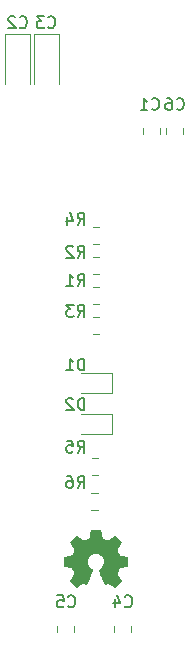
<source format=gbo>
G04 #@! TF.GenerationSoftware,KiCad,Pcbnew,5.1.6-1.fc31*
G04 #@! TF.CreationDate,2020-07-21T16:24:12+03:00*
G04 #@! TF.ProjectId,rudy,72756479-2e6b-4696-9361-645f70636258,rev?*
G04 #@! TF.SameCoordinates,Original*
G04 #@! TF.FileFunction,Legend,Bot*
G04 #@! TF.FilePolarity,Positive*
%FSLAX46Y46*%
G04 Gerber Fmt 4.6, Leading zero omitted, Abs format (unit mm)*
G04 Created by KiCad (PCBNEW 5.1.6-1.fc31) date 2020-07-21 16:24:12*
%MOMM*%
%LPD*%
G01*
G04 APERTURE LIST*
%ADD10C,0.010000*%
%ADD11C,0.120000*%
%ADD12C,0.150000*%
G04 APERTURE END LIST*
D10*
G36*
X75744809Y-101446268D02*
G01*
X75723751Y-101555093D01*
X75703740Y-101651889D01*
X75686070Y-101730902D01*
X75672034Y-101786376D01*
X75662927Y-101812558D01*
X75662243Y-101813442D01*
X75639599Y-101826347D01*
X75590846Y-101848961D01*
X75523793Y-101878091D01*
X75446248Y-101910548D01*
X75366017Y-101943141D01*
X75290908Y-101972679D01*
X75228729Y-101995972D01*
X75187288Y-102009828D01*
X75175678Y-102012285D01*
X75155093Y-102002444D01*
X75109774Y-101975070D01*
X75044752Y-101933389D01*
X74965056Y-101880623D01*
X74875716Y-101819999D01*
X74875091Y-101819570D01*
X74785212Y-101758245D01*
X74704603Y-101703950D01*
X74638416Y-101660099D01*
X74591801Y-101630104D01*
X74569976Y-101617404D01*
X74550031Y-101626654D01*
X74510154Y-101657759D01*
X74455123Y-101706001D01*
X74389713Y-101766661D01*
X74318699Y-101835019D01*
X74246859Y-101906356D01*
X74178968Y-101975953D01*
X74119802Y-102039091D01*
X74074136Y-102091051D01*
X74046748Y-102127113D01*
X74041000Y-102140094D01*
X74050846Y-102163548D01*
X74078222Y-102211508D01*
X74119877Y-102278728D01*
X74172566Y-102359963D01*
X74231500Y-102447714D01*
X74291732Y-102537130D01*
X74344130Y-102617146D01*
X74385461Y-102682642D01*
X74412494Y-102728499D01*
X74422000Y-102749477D01*
X74415017Y-102774060D01*
X74396231Y-102824087D01*
X74368884Y-102891984D01*
X74336220Y-102970175D01*
X74301483Y-103051086D01*
X74267914Y-103127143D01*
X74238757Y-103190769D01*
X74217255Y-103234391D01*
X74207824Y-103249718D01*
X74188028Y-103255918D01*
X74139268Y-103267458D01*
X74068243Y-103282993D01*
X73981656Y-103301179D01*
X73886204Y-103320671D01*
X73788589Y-103340122D01*
X73695511Y-103358188D01*
X73613670Y-103373524D01*
X73549767Y-103384785D01*
X73510501Y-103390624D01*
X73503412Y-103391142D01*
X73499612Y-103408190D01*
X73497066Y-103455001D01*
X73495676Y-103525078D01*
X73495344Y-103611925D01*
X73495972Y-103709045D01*
X73497462Y-103809941D01*
X73499715Y-103908115D01*
X73502634Y-103997071D01*
X73506120Y-104070312D01*
X73510075Y-104121341D01*
X73514402Y-104143660D01*
X73514783Y-104144026D01*
X73537726Y-104150843D01*
X73590277Y-104162889D01*
X73666350Y-104178879D01*
X73759855Y-104197528D01*
X73851774Y-104215128D01*
X73957703Y-104236164D01*
X74051016Y-104256844D01*
X74125664Y-104275662D01*
X74175599Y-104291112D01*
X74193928Y-104300281D01*
X74208774Y-104325836D01*
X74232977Y-104377538D01*
X74263428Y-104447671D01*
X74297019Y-104528523D01*
X74330639Y-104612379D01*
X74361180Y-104691524D01*
X74385531Y-104758244D01*
X74400584Y-104804825D01*
X74403924Y-104821280D01*
X74394015Y-104843430D01*
X74366571Y-104889938D01*
X74324949Y-104955495D01*
X74272508Y-105034789D01*
X74222428Y-105108309D01*
X74163378Y-105195576D01*
X74112364Y-105274174D01*
X74072762Y-105338640D01*
X74047948Y-105383510D01*
X74041000Y-105401985D01*
X74053230Y-105422351D01*
X74086736Y-105462965D01*
X74136735Y-105518912D01*
X74198448Y-105585276D01*
X74267095Y-105657141D01*
X74337895Y-105729592D01*
X74406067Y-105797714D01*
X74466832Y-105856591D01*
X74515409Y-105901307D01*
X74547017Y-105926947D01*
X74555606Y-105931142D01*
X74574914Y-105921351D01*
X74618768Y-105894239D01*
X74681920Y-105853201D01*
X74759125Y-105801631D01*
X74822804Y-105758283D01*
X74908412Y-105700064D01*
X74985134Y-105648835D01*
X75047337Y-105608283D01*
X75089391Y-105582096D01*
X75103985Y-105574221D01*
X75133877Y-105576289D01*
X75185586Y-105592317D01*
X75248972Y-105619083D01*
X75256571Y-105622714D01*
X75319308Y-105650329D01*
X75371419Y-105668316D01*
X75402888Y-105673303D01*
X75405160Y-105672740D01*
X75416045Y-105655102D01*
X75438785Y-105608592D01*
X75471384Y-105537873D01*
X75511846Y-105447611D01*
X75558171Y-105342469D01*
X75608365Y-105227113D01*
X75660429Y-105106206D01*
X75712366Y-104984414D01*
X75762179Y-104866401D01*
X75807872Y-104756830D01*
X75847446Y-104660368D01*
X75878906Y-104581677D01*
X75900253Y-104525424D01*
X75909491Y-104496271D01*
X75909714Y-104494293D01*
X75896123Y-104479203D01*
X75859831Y-104448455D01*
X75807560Y-104407624D01*
X75783416Y-104389520D01*
X75656974Y-104275957D01*
X75560724Y-104147705D01*
X75494961Y-104008855D01*
X75459980Y-103863502D01*
X75456076Y-103715738D01*
X75483544Y-103569657D01*
X75542679Y-103429351D01*
X75633776Y-103298914D01*
X75699880Y-103230767D01*
X75825002Y-103137706D01*
X75959407Y-103076607D01*
X76099049Y-103045683D01*
X76239879Y-103043147D01*
X76377849Y-103067214D01*
X76508911Y-103116097D01*
X76629017Y-103188010D01*
X76734119Y-103281166D01*
X76820168Y-103393780D01*
X76883117Y-103524065D01*
X76918918Y-103670234D01*
X76925714Y-103771690D01*
X76908563Y-103934205D01*
X76857460Y-104084416D01*
X76772931Y-104221330D01*
X76655503Y-104343954D01*
X76598441Y-104389520D01*
X76541617Y-104432844D01*
X76498054Y-104468341D01*
X76474474Y-104490434D01*
X76472142Y-104494293D01*
X76479045Y-104518308D01*
X76498421Y-104570231D01*
X76528270Y-104645397D01*
X76566595Y-104739140D01*
X76611396Y-104846797D01*
X76660675Y-104963702D01*
X76712432Y-105085192D01*
X76764670Y-105206601D01*
X76815389Y-105323265D01*
X76862590Y-105430520D01*
X76904274Y-105523700D01*
X76938444Y-105598142D01*
X76963099Y-105649180D01*
X76976241Y-105672150D01*
X76977197Y-105672932D01*
X77004709Y-105669966D01*
X77054543Y-105653240D01*
X77117037Y-105626132D01*
X77132124Y-105618813D01*
X77261357Y-105554833D01*
X77536376Y-105742988D01*
X77624558Y-105802766D01*
X77702727Y-105854710D01*
X77765876Y-105895579D01*
X77809000Y-105922131D01*
X77826904Y-105931142D01*
X77843947Y-105918869D01*
X77882268Y-105884674D01*
X77937689Y-105832498D01*
X78006035Y-105766279D01*
X78083129Y-105689957D01*
X78091636Y-105681443D01*
X78168889Y-105602546D01*
X78236399Y-105530740D01*
X78290193Y-105470488D01*
X78326302Y-105426248D01*
X78340754Y-105402481D01*
X78340857Y-105401507D01*
X78330935Y-105377287D01*
X78303420Y-105328905D01*
X78261685Y-105261814D01*
X78209104Y-105181467D01*
X78159428Y-105108309D01*
X78100480Y-105021564D01*
X78049525Y-104944086D01*
X78009920Y-104881187D01*
X77985023Y-104838174D01*
X77977932Y-104821280D01*
X77984666Y-104793298D01*
X78002865Y-104739799D01*
X78029420Y-104668499D01*
X78061222Y-104587112D01*
X78095162Y-104503352D01*
X78128130Y-104424933D01*
X78157016Y-104359570D01*
X78178712Y-104314977D01*
X78187928Y-104300281D01*
X78212833Y-104288757D01*
X78267456Y-104272619D01*
X78345750Y-104253373D01*
X78441667Y-104232525D01*
X78530083Y-104215128D01*
X78633897Y-104195201D01*
X78725639Y-104176802D01*
X78799219Y-104161216D01*
X78848551Y-104149728D01*
X78867073Y-104144026D01*
X78871426Y-104124447D01*
X78875417Y-104075606D01*
X78878947Y-104004002D01*
X78881918Y-103916129D01*
X78884231Y-103818486D01*
X78885789Y-103717569D01*
X78886494Y-103619875D01*
X78886247Y-103531902D01*
X78884952Y-103460146D01*
X78882509Y-103411104D01*
X78878819Y-103391273D01*
X78878445Y-103391142D01*
X78850351Y-103387727D01*
X78795062Y-103378377D01*
X78719278Y-103364438D01*
X78629699Y-103347256D01*
X78533025Y-103328174D01*
X78435957Y-103308539D01*
X78345195Y-103289696D01*
X78267439Y-103272990D01*
X78209389Y-103259766D01*
X78177745Y-103251369D01*
X78174033Y-103249718D01*
X78160856Y-103227215D01*
X78137466Y-103178733D01*
X78107106Y-103111847D01*
X78073020Y-103034134D01*
X78038450Y-102953166D01*
X78006640Y-102876519D01*
X77980832Y-102811769D01*
X77964271Y-102766488D01*
X77959857Y-102749477D01*
X77969673Y-102727933D01*
X77996967Y-102681713D01*
X78038506Y-102615937D01*
X78091058Y-102535726D01*
X78150357Y-102447714D01*
X78210680Y-102357858D01*
X78263139Y-102276901D01*
X78304485Y-102210089D01*
X78331472Y-102162664D01*
X78340857Y-102140094D01*
X78328514Y-102117438D01*
X78294668Y-102075698D01*
X78244096Y-102019592D01*
X78181574Y-101953840D01*
X78111878Y-101883160D01*
X78039782Y-101812273D01*
X77970065Y-101745897D01*
X77907500Y-101688751D01*
X77856865Y-101645555D01*
X77822935Y-101621027D01*
X77811880Y-101617404D01*
X77789763Y-101630287D01*
X77742964Y-101660411D01*
X77676636Y-101704363D01*
X77595928Y-101758730D01*
X77506765Y-101819570D01*
X77417377Y-101880236D01*
X77337599Y-101933066D01*
X77272461Y-101974833D01*
X77226993Y-102002314D01*
X77206223Y-102012285D01*
X77206178Y-102012285D01*
X77180774Y-102005555D01*
X77129988Y-101987490D01*
X77061629Y-101961282D01*
X76983504Y-101930121D01*
X76903420Y-101897199D01*
X76829186Y-101865705D01*
X76768608Y-101838831D01*
X76729495Y-101819768D01*
X76719614Y-101813442D01*
X76711168Y-101791066D01*
X76697643Y-101738724D01*
X76680331Y-101662170D01*
X76660527Y-101567158D01*
X76639525Y-101459444D01*
X76637048Y-101446268D01*
X76571458Y-101096071D01*
X75810398Y-101096071D01*
X75744809Y-101446268D01*
G37*
X75744809Y-101446268D02*
X75723751Y-101555093D01*
X75703740Y-101651889D01*
X75686070Y-101730902D01*
X75672034Y-101786376D01*
X75662927Y-101812558D01*
X75662243Y-101813442D01*
X75639599Y-101826347D01*
X75590846Y-101848961D01*
X75523793Y-101878091D01*
X75446248Y-101910548D01*
X75366017Y-101943141D01*
X75290908Y-101972679D01*
X75228729Y-101995972D01*
X75187288Y-102009828D01*
X75175678Y-102012285D01*
X75155093Y-102002444D01*
X75109774Y-101975070D01*
X75044752Y-101933389D01*
X74965056Y-101880623D01*
X74875716Y-101819999D01*
X74875091Y-101819570D01*
X74785212Y-101758245D01*
X74704603Y-101703950D01*
X74638416Y-101660099D01*
X74591801Y-101630104D01*
X74569976Y-101617404D01*
X74550031Y-101626654D01*
X74510154Y-101657759D01*
X74455123Y-101706001D01*
X74389713Y-101766661D01*
X74318699Y-101835019D01*
X74246859Y-101906356D01*
X74178968Y-101975953D01*
X74119802Y-102039091D01*
X74074136Y-102091051D01*
X74046748Y-102127113D01*
X74041000Y-102140094D01*
X74050846Y-102163548D01*
X74078222Y-102211508D01*
X74119877Y-102278728D01*
X74172566Y-102359963D01*
X74231500Y-102447714D01*
X74291732Y-102537130D01*
X74344130Y-102617146D01*
X74385461Y-102682642D01*
X74412494Y-102728499D01*
X74422000Y-102749477D01*
X74415017Y-102774060D01*
X74396231Y-102824087D01*
X74368884Y-102891984D01*
X74336220Y-102970175D01*
X74301483Y-103051086D01*
X74267914Y-103127143D01*
X74238757Y-103190769D01*
X74217255Y-103234391D01*
X74207824Y-103249718D01*
X74188028Y-103255918D01*
X74139268Y-103267458D01*
X74068243Y-103282993D01*
X73981656Y-103301179D01*
X73886204Y-103320671D01*
X73788589Y-103340122D01*
X73695511Y-103358188D01*
X73613670Y-103373524D01*
X73549767Y-103384785D01*
X73510501Y-103390624D01*
X73503412Y-103391142D01*
X73499612Y-103408190D01*
X73497066Y-103455001D01*
X73495676Y-103525078D01*
X73495344Y-103611925D01*
X73495972Y-103709045D01*
X73497462Y-103809941D01*
X73499715Y-103908115D01*
X73502634Y-103997071D01*
X73506120Y-104070312D01*
X73510075Y-104121341D01*
X73514402Y-104143660D01*
X73514783Y-104144026D01*
X73537726Y-104150843D01*
X73590277Y-104162889D01*
X73666350Y-104178879D01*
X73759855Y-104197528D01*
X73851774Y-104215128D01*
X73957703Y-104236164D01*
X74051016Y-104256844D01*
X74125664Y-104275662D01*
X74175599Y-104291112D01*
X74193928Y-104300281D01*
X74208774Y-104325836D01*
X74232977Y-104377538D01*
X74263428Y-104447671D01*
X74297019Y-104528523D01*
X74330639Y-104612379D01*
X74361180Y-104691524D01*
X74385531Y-104758244D01*
X74400584Y-104804825D01*
X74403924Y-104821280D01*
X74394015Y-104843430D01*
X74366571Y-104889938D01*
X74324949Y-104955495D01*
X74272508Y-105034789D01*
X74222428Y-105108309D01*
X74163378Y-105195576D01*
X74112364Y-105274174D01*
X74072762Y-105338640D01*
X74047948Y-105383510D01*
X74041000Y-105401985D01*
X74053230Y-105422351D01*
X74086736Y-105462965D01*
X74136735Y-105518912D01*
X74198448Y-105585276D01*
X74267095Y-105657141D01*
X74337895Y-105729592D01*
X74406067Y-105797714D01*
X74466832Y-105856591D01*
X74515409Y-105901307D01*
X74547017Y-105926947D01*
X74555606Y-105931142D01*
X74574914Y-105921351D01*
X74618768Y-105894239D01*
X74681920Y-105853201D01*
X74759125Y-105801631D01*
X74822804Y-105758283D01*
X74908412Y-105700064D01*
X74985134Y-105648835D01*
X75047337Y-105608283D01*
X75089391Y-105582096D01*
X75103985Y-105574221D01*
X75133877Y-105576289D01*
X75185586Y-105592317D01*
X75248972Y-105619083D01*
X75256571Y-105622714D01*
X75319308Y-105650329D01*
X75371419Y-105668316D01*
X75402888Y-105673303D01*
X75405160Y-105672740D01*
X75416045Y-105655102D01*
X75438785Y-105608592D01*
X75471384Y-105537873D01*
X75511846Y-105447611D01*
X75558171Y-105342469D01*
X75608365Y-105227113D01*
X75660429Y-105106206D01*
X75712366Y-104984414D01*
X75762179Y-104866401D01*
X75807872Y-104756830D01*
X75847446Y-104660368D01*
X75878906Y-104581677D01*
X75900253Y-104525424D01*
X75909491Y-104496271D01*
X75909714Y-104494293D01*
X75896123Y-104479203D01*
X75859831Y-104448455D01*
X75807560Y-104407624D01*
X75783416Y-104389520D01*
X75656974Y-104275957D01*
X75560724Y-104147705D01*
X75494961Y-104008855D01*
X75459980Y-103863502D01*
X75456076Y-103715738D01*
X75483544Y-103569657D01*
X75542679Y-103429351D01*
X75633776Y-103298914D01*
X75699880Y-103230767D01*
X75825002Y-103137706D01*
X75959407Y-103076607D01*
X76099049Y-103045683D01*
X76239879Y-103043147D01*
X76377849Y-103067214D01*
X76508911Y-103116097D01*
X76629017Y-103188010D01*
X76734119Y-103281166D01*
X76820168Y-103393780D01*
X76883117Y-103524065D01*
X76918918Y-103670234D01*
X76925714Y-103771690D01*
X76908563Y-103934205D01*
X76857460Y-104084416D01*
X76772931Y-104221330D01*
X76655503Y-104343954D01*
X76598441Y-104389520D01*
X76541617Y-104432844D01*
X76498054Y-104468341D01*
X76474474Y-104490434D01*
X76472142Y-104494293D01*
X76479045Y-104518308D01*
X76498421Y-104570231D01*
X76528270Y-104645397D01*
X76566595Y-104739140D01*
X76611396Y-104846797D01*
X76660675Y-104963702D01*
X76712432Y-105085192D01*
X76764670Y-105206601D01*
X76815389Y-105323265D01*
X76862590Y-105430520D01*
X76904274Y-105523700D01*
X76938444Y-105598142D01*
X76963099Y-105649180D01*
X76976241Y-105672150D01*
X76977197Y-105672932D01*
X77004709Y-105669966D01*
X77054543Y-105653240D01*
X77117037Y-105626132D01*
X77132124Y-105618813D01*
X77261357Y-105554833D01*
X77536376Y-105742988D01*
X77624558Y-105802766D01*
X77702727Y-105854710D01*
X77765876Y-105895579D01*
X77809000Y-105922131D01*
X77826904Y-105931142D01*
X77843947Y-105918869D01*
X77882268Y-105884674D01*
X77937689Y-105832498D01*
X78006035Y-105766279D01*
X78083129Y-105689957D01*
X78091636Y-105681443D01*
X78168889Y-105602546D01*
X78236399Y-105530740D01*
X78290193Y-105470488D01*
X78326302Y-105426248D01*
X78340754Y-105402481D01*
X78340857Y-105401507D01*
X78330935Y-105377287D01*
X78303420Y-105328905D01*
X78261685Y-105261814D01*
X78209104Y-105181467D01*
X78159428Y-105108309D01*
X78100480Y-105021564D01*
X78049525Y-104944086D01*
X78009920Y-104881187D01*
X77985023Y-104838174D01*
X77977932Y-104821280D01*
X77984666Y-104793298D01*
X78002865Y-104739799D01*
X78029420Y-104668499D01*
X78061222Y-104587112D01*
X78095162Y-104503352D01*
X78128130Y-104424933D01*
X78157016Y-104359570D01*
X78178712Y-104314977D01*
X78187928Y-104300281D01*
X78212833Y-104288757D01*
X78267456Y-104272619D01*
X78345750Y-104253373D01*
X78441667Y-104232525D01*
X78530083Y-104215128D01*
X78633897Y-104195201D01*
X78725639Y-104176802D01*
X78799219Y-104161216D01*
X78848551Y-104149728D01*
X78867073Y-104144026D01*
X78871426Y-104124447D01*
X78875417Y-104075606D01*
X78878947Y-104004002D01*
X78881918Y-103916129D01*
X78884231Y-103818486D01*
X78885789Y-103717569D01*
X78886494Y-103619875D01*
X78886247Y-103531902D01*
X78884952Y-103460146D01*
X78882509Y-103411104D01*
X78878819Y-103391273D01*
X78878445Y-103391142D01*
X78850351Y-103387727D01*
X78795062Y-103378377D01*
X78719278Y-103364438D01*
X78629699Y-103347256D01*
X78533025Y-103328174D01*
X78435957Y-103308539D01*
X78345195Y-103289696D01*
X78267439Y-103272990D01*
X78209389Y-103259766D01*
X78177745Y-103251369D01*
X78174033Y-103249718D01*
X78160856Y-103227215D01*
X78137466Y-103178733D01*
X78107106Y-103111847D01*
X78073020Y-103034134D01*
X78038450Y-102953166D01*
X78006640Y-102876519D01*
X77980832Y-102811769D01*
X77964271Y-102766488D01*
X77959857Y-102749477D01*
X77969673Y-102727933D01*
X77996967Y-102681713D01*
X78038506Y-102615937D01*
X78091058Y-102535726D01*
X78150357Y-102447714D01*
X78210680Y-102357858D01*
X78263139Y-102276901D01*
X78304485Y-102210089D01*
X78331472Y-102162664D01*
X78340857Y-102140094D01*
X78328514Y-102117438D01*
X78294668Y-102075698D01*
X78244096Y-102019592D01*
X78181574Y-101953840D01*
X78111878Y-101883160D01*
X78039782Y-101812273D01*
X77970065Y-101745897D01*
X77907500Y-101688751D01*
X77856865Y-101645555D01*
X77822935Y-101621027D01*
X77811880Y-101617404D01*
X77789763Y-101630287D01*
X77742964Y-101660411D01*
X77676636Y-101704363D01*
X77595928Y-101758730D01*
X77506765Y-101819570D01*
X77417377Y-101880236D01*
X77337599Y-101933066D01*
X77272461Y-101974833D01*
X77226993Y-102002314D01*
X77206223Y-102012285D01*
X77206178Y-102012285D01*
X77180774Y-102005555D01*
X77129988Y-101987490D01*
X77061629Y-101961282D01*
X76983504Y-101930121D01*
X76903420Y-101897199D01*
X76829186Y-101865705D01*
X76768608Y-101838831D01*
X76729495Y-101819768D01*
X76719614Y-101813442D01*
X76711168Y-101791066D01*
X76697643Y-101738724D01*
X76680331Y-101662170D01*
X76660527Y-101567158D01*
X76639525Y-101459444D01*
X76637048Y-101446268D01*
X76571458Y-101096071D01*
X75810398Y-101096071D01*
X75744809Y-101446268D01*
D11*
X68546000Y-59072000D02*
X68546000Y-63322000D01*
X70646000Y-59072000D02*
X70646000Y-63322000D01*
X68546000Y-59072000D02*
X70646000Y-59072000D01*
X70959000Y-59072000D02*
X70959000Y-63322000D01*
X73059000Y-59072000D02*
X73059000Y-63322000D01*
X70959000Y-59072000D02*
X73059000Y-59072000D01*
X77550000Y-87850000D02*
X77550000Y-89550000D01*
X77550000Y-89550000D02*
X75000000Y-89550000D01*
X77550000Y-87850000D02*
X75000000Y-87850000D01*
X77550000Y-91250000D02*
X77550000Y-92950000D01*
X77550000Y-92950000D02*
X75000000Y-92950000D01*
X77550000Y-91250000D02*
X75000000Y-91250000D01*
X80189000Y-67051422D02*
X80189000Y-67568578D01*
X81609000Y-67051422D02*
X81609000Y-67568578D01*
X77776000Y-109215422D02*
X77776000Y-109732578D01*
X79196000Y-109215422D02*
X79196000Y-109732578D01*
X74370000Y-109215422D02*
X74370000Y-109732578D01*
X72950000Y-109215422D02*
X72950000Y-109732578D01*
X75941422Y-81990000D02*
X76458578Y-81990000D01*
X75941422Y-80570000D02*
X76458578Y-80570000D01*
X75941422Y-79450000D02*
X76458578Y-79450000D01*
X75941422Y-78030000D02*
X76458578Y-78030000D01*
X75941422Y-83110000D02*
X76458578Y-83110000D01*
X75941422Y-84530000D02*
X76458578Y-84530000D01*
X76458578Y-76910000D02*
X75941422Y-76910000D01*
X76458578Y-75490000D02*
X75941422Y-75490000D01*
X75878922Y-94990000D02*
X76396078Y-94990000D01*
X75878922Y-96410000D02*
X76396078Y-96410000D01*
X75841422Y-99410000D02*
X76358578Y-99410000D01*
X75841422Y-97990000D02*
X76358578Y-97990000D01*
X83560000Y-67051422D02*
X83560000Y-67568578D01*
X82140000Y-67051422D02*
X82140000Y-67568578D01*
D12*
X69762666Y-58523142D02*
X69810285Y-58570761D01*
X69953142Y-58618380D01*
X70048380Y-58618380D01*
X70191238Y-58570761D01*
X70286476Y-58475523D01*
X70334095Y-58380285D01*
X70381714Y-58189809D01*
X70381714Y-58046952D01*
X70334095Y-57856476D01*
X70286476Y-57761238D01*
X70191238Y-57666000D01*
X70048380Y-57618380D01*
X69953142Y-57618380D01*
X69810285Y-57666000D01*
X69762666Y-57713619D01*
X69381714Y-57713619D02*
X69334095Y-57666000D01*
X69238857Y-57618380D01*
X69000761Y-57618380D01*
X68905523Y-57666000D01*
X68857904Y-57713619D01*
X68810285Y-57808857D01*
X68810285Y-57904095D01*
X68857904Y-58046952D01*
X69429333Y-58618380D01*
X68810285Y-58618380D01*
X72175666Y-58523142D02*
X72223285Y-58570761D01*
X72366142Y-58618380D01*
X72461380Y-58618380D01*
X72604238Y-58570761D01*
X72699476Y-58475523D01*
X72747095Y-58380285D01*
X72794714Y-58189809D01*
X72794714Y-58046952D01*
X72747095Y-57856476D01*
X72699476Y-57761238D01*
X72604238Y-57666000D01*
X72461380Y-57618380D01*
X72366142Y-57618380D01*
X72223285Y-57666000D01*
X72175666Y-57713619D01*
X71842333Y-57618380D02*
X71223285Y-57618380D01*
X71556619Y-57999333D01*
X71413761Y-57999333D01*
X71318523Y-58046952D01*
X71270904Y-58094571D01*
X71223285Y-58189809D01*
X71223285Y-58427904D01*
X71270904Y-58523142D01*
X71318523Y-58570761D01*
X71413761Y-58618380D01*
X71699476Y-58618380D01*
X71794714Y-58570761D01*
X71842333Y-58523142D01*
X75238095Y-87602380D02*
X75238095Y-86602380D01*
X75000000Y-86602380D01*
X74857142Y-86650000D01*
X74761904Y-86745238D01*
X74714285Y-86840476D01*
X74666666Y-87030952D01*
X74666666Y-87173809D01*
X74714285Y-87364285D01*
X74761904Y-87459523D01*
X74857142Y-87554761D01*
X75000000Y-87602380D01*
X75238095Y-87602380D01*
X73714285Y-87602380D02*
X74285714Y-87602380D01*
X74000000Y-87602380D02*
X74000000Y-86602380D01*
X74095238Y-86745238D01*
X74190476Y-86840476D01*
X74285714Y-86888095D01*
X75238095Y-90952380D02*
X75238095Y-89952380D01*
X75000000Y-89952380D01*
X74857142Y-90000000D01*
X74761904Y-90095238D01*
X74714285Y-90190476D01*
X74666666Y-90380952D01*
X74666666Y-90523809D01*
X74714285Y-90714285D01*
X74761904Y-90809523D01*
X74857142Y-90904761D01*
X75000000Y-90952380D01*
X75238095Y-90952380D01*
X74285714Y-90047619D02*
X74238095Y-90000000D01*
X74142857Y-89952380D01*
X73904761Y-89952380D01*
X73809523Y-90000000D01*
X73761904Y-90047619D01*
X73714285Y-90142857D01*
X73714285Y-90238095D01*
X73761904Y-90380952D01*
X74333333Y-90952380D01*
X73714285Y-90952380D01*
X80966666Y-65457142D02*
X81014285Y-65504761D01*
X81157142Y-65552380D01*
X81252380Y-65552380D01*
X81395238Y-65504761D01*
X81490476Y-65409523D01*
X81538095Y-65314285D01*
X81585714Y-65123809D01*
X81585714Y-64980952D01*
X81538095Y-64790476D01*
X81490476Y-64695238D01*
X81395238Y-64600000D01*
X81252380Y-64552380D01*
X81157142Y-64552380D01*
X81014285Y-64600000D01*
X80966666Y-64647619D01*
X80014285Y-65552380D02*
X80585714Y-65552380D01*
X80300000Y-65552380D02*
X80300000Y-64552380D01*
X80395238Y-64695238D01*
X80490476Y-64790476D01*
X80585714Y-64838095D01*
X78666666Y-107557142D02*
X78714285Y-107604761D01*
X78857142Y-107652380D01*
X78952380Y-107652380D01*
X79095238Y-107604761D01*
X79190476Y-107509523D01*
X79238095Y-107414285D01*
X79285714Y-107223809D01*
X79285714Y-107080952D01*
X79238095Y-106890476D01*
X79190476Y-106795238D01*
X79095238Y-106700000D01*
X78952380Y-106652380D01*
X78857142Y-106652380D01*
X78714285Y-106700000D01*
X78666666Y-106747619D01*
X77809523Y-106985714D02*
X77809523Y-107652380D01*
X78047619Y-106604761D02*
X78285714Y-107319047D01*
X77666666Y-107319047D01*
X73866666Y-107557142D02*
X73914285Y-107604761D01*
X74057142Y-107652380D01*
X74152380Y-107652380D01*
X74295238Y-107604761D01*
X74390476Y-107509523D01*
X74438095Y-107414285D01*
X74485714Y-107223809D01*
X74485714Y-107080952D01*
X74438095Y-106890476D01*
X74390476Y-106795238D01*
X74295238Y-106700000D01*
X74152380Y-106652380D01*
X74057142Y-106652380D01*
X73914285Y-106700000D01*
X73866666Y-106747619D01*
X72961904Y-106652380D02*
X73438095Y-106652380D01*
X73485714Y-107128571D01*
X73438095Y-107080952D01*
X73342857Y-107033333D01*
X73104761Y-107033333D01*
X73009523Y-107080952D01*
X72961904Y-107128571D01*
X72914285Y-107223809D01*
X72914285Y-107461904D01*
X72961904Y-107557142D01*
X73009523Y-107604761D01*
X73104761Y-107652380D01*
X73342857Y-107652380D01*
X73438095Y-107604761D01*
X73485714Y-107557142D01*
X74666666Y-80452380D02*
X75000000Y-79976190D01*
X75238095Y-80452380D02*
X75238095Y-79452380D01*
X74857142Y-79452380D01*
X74761904Y-79500000D01*
X74714285Y-79547619D01*
X74666666Y-79642857D01*
X74666666Y-79785714D01*
X74714285Y-79880952D01*
X74761904Y-79928571D01*
X74857142Y-79976190D01*
X75238095Y-79976190D01*
X73714285Y-80452380D02*
X74285714Y-80452380D01*
X74000000Y-80452380D02*
X74000000Y-79452380D01*
X74095238Y-79595238D01*
X74190476Y-79690476D01*
X74285714Y-79738095D01*
X74666666Y-78052380D02*
X75000000Y-77576190D01*
X75238095Y-78052380D02*
X75238095Y-77052380D01*
X74857142Y-77052380D01*
X74761904Y-77100000D01*
X74714285Y-77147619D01*
X74666666Y-77242857D01*
X74666666Y-77385714D01*
X74714285Y-77480952D01*
X74761904Y-77528571D01*
X74857142Y-77576190D01*
X75238095Y-77576190D01*
X74285714Y-77147619D02*
X74238095Y-77100000D01*
X74142857Y-77052380D01*
X73904761Y-77052380D01*
X73809523Y-77100000D01*
X73761904Y-77147619D01*
X73714285Y-77242857D01*
X73714285Y-77338095D01*
X73761904Y-77480952D01*
X74333333Y-78052380D01*
X73714285Y-78052380D01*
X74666666Y-83052380D02*
X75000000Y-82576190D01*
X75238095Y-83052380D02*
X75238095Y-82052380D01*
X74857142Y-82052380D01*
X74761904Y-82100000D01*
X74714285Y-82147619D01*
X74666666Y-82242857D01*
X74666666Y-82385714D01*
X74714285Y-82480952D01*
X74761904Y-82528571D01*
X74857142Y-82576190D01*
X75238095Y-82576190D01*
X74333333Y-82052380D02*
X73714285Y-82052380D01*
X74047619Y-82433333D01*
X73904761Y-82433333D01*
X73809523Y-82480952D01*
X73761904Y-82528571D01*
X73714285Y-82623809D01*
X73714285Y-82861904D01*
X73761904Y-82957142D01*
X73809523Y-83004761D01*
X73904761Y-83052380D01*
X74190476Y-83052380D01*
X74285714Y-83004761D01*
X74333333Y-82957142D01*
X74666666Y-75252380D02*
X75000000Y-74776190D01*
X75238095Y-75252380D02*
X75238095Y-74252380D01*
X74857142Y-74252380D01*
X74761904Y-74300000D01*
X74714285Y-74347619D01*
X74666666Y-74442857D01*
X74666666Y-74585714D01*
X74714285Y-74680952D01*
X74761904Y-74728571D01*
X74857142Y-74776190D01*
X75238095Y-74776190D01*
X73809523Y-74585714D02*
X73809523Y-75252380D01*
X74047619Y-74204761D02*
X74285714Y-74919047D01*
X73666666Y-74919047D01*
X74666666Y-94552380D02*
X75000000Y-94076190D01*
X75238095Y-94552380D02*
X75238095Y-93552380D01*
X74857142Y-93552380D01*
X74761904Y-93600000D01*
X74714285Y-93647619D01*
X74666666Y-93742857D01*
X74666666Y-93885714D01*
X74714285Y-93980952D01*
X74761904Y-94028571D01*
X74857142Y-94076190D01*
X75238095Y-94076190D01*
X73761904Y-93552380D02*
X74238095Y-93552380D01*
X74285714Y-94028571D01*
X74238095Y-93980952D01*
X74142857Y-93933333D01*
X73904761Y-93933333D01*
X73809523Y-93980952D01*
X73761904Y-94028571D01*
X73714285Y-94123809D01*
X73714285Y-94361904D01*
X73761904Y-94457142D01*
X73809523Y-94504761D01*
X73904761Y-94552380D01*
X74142857Y-94552380D01*
X74238095Y-94504761D01*
X74285714Y-94457142D01*
X74666666Y-97552380D02*
X75000000Y-97076190D01*
X75238095Y-97552380D02*
X75238095Y-96552380D01*
X74857142Y-96552380D01*
X74761904Y-96600000D01*
X74714285Y-96647619D01*
X74666666Y-96742857D01*
X74666666Y-96885714D01*
X74714285Y-96980952D01*
X74761904Y-97028571D01*
X74857142Y-97076190D01*
X75238095Y-97076190D01*
X73809523Y-96552380D02*
X74000000Y-96552380D01*
X74095238Y-96600000D01*
X74142857Y-96647619D01*
X74238095Y-96790476D01*
X74285714Y-96980952D01*
X74285714Y-97361904D01*
X74238095Y-97457142D01*
X74190476Y-97504761D01*
X74095238Y-97552380D01*
X73904761Y-97552380D01*
X73809523Y-97504761D01*
X73761904Y-97457142D01*
X73714285Y-97361904D01*
X73714285Y-97123809D01*
X73761904Y-97028571D01*
X73809523Y-96980952D01*
X73904761Y-96933333D01*
X74095238Y-96933333D01*
X74190476Y-96980952D01*
X74238095Y-97028571D01*
X74285714Y-97123809D01*
X83066666Y-65457142D02*
X83114285Y-65504761D01*
X83257142Y-65552380D01*
X83352380Y-65552380D01*
X83495238Y-65504761D01*
X83590476Y-65409523D01*
X83638095Y-65314285D01*
X83685714Y-65123809D01*
X83685714Y-64980952D01*
X83638095Y-64790476D01*
X83590476Y-64695238D01*
X83495238Y-64600000D01*
X83352380Y-64552380D01*
X83257142Y-64552380D01*
X83114285Y-64600000D01*
X83066666Y-64647619D01*
X82209523Y-64552380D02*
X82400000Y-64552380D01*
X82495238Y-64600000D01*
X82542857Y-64647619D01*
X82638095Y-64790476D01*
X82685714Y-64980952D01*
X82685714Y-65361904D01*
X82638095Y-65457142D01*
X82590476Y-65504761D01*
X82495238Y-65552380D01*
X82304761Y-65552380D01*
X82209523Y-65504761D01*
X82161904Y-65457142D01*
X82114285Y-65361904D01*
X82114285Y-65123809D01*
X82161904Y-65028571D01*
X82209523Y-64980952D01*
X82304761Y-64933333D01*
X82495238Y-64933333D01*
X82590476Y-64980952D01*
X82638095Y-65028571D01*
X82685714Y-65123809D01*
M02*

</source>
